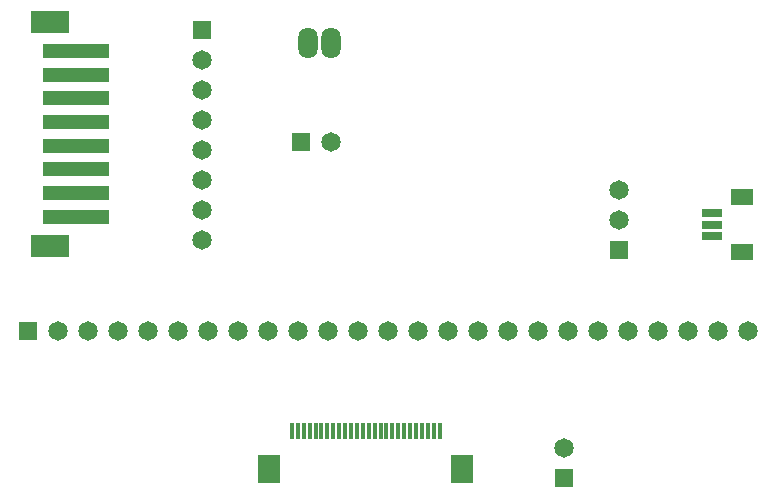
<source format=gts>
G04*
G04 #@! TF.GenerationSoftware,Altium Limited,Altium Designer,23.3.1 (30)*
G04*
G04 Layer_Color=8388736*
%FSLAX25Y25*%
%MOIN*%
G70*
G04*
G04 #@! TF.SameCoordinates,C9CCD98B-DB78-4EC8-A63A-9DC0D68B0965*
G04*
G04*
G04 #@! TF.FilePolarity,Negative*
G04*
G01*
G75*
%ADD20R,0.01772X0.05709*%
%ADD21R,0.07677X0.09252*%
%ADD22R,0.06693X0.02953*%
%ADD23R,0.07677X0.05315*%
%ADD24R,0.22244X0.04528*%
%ADD25R,0.12795X0.07284*%
%ADD26R,0.06496X0.06496*%
%ADD27C,0.06496*%
%ADD28R,0.06496X0.06496*%
%ADD29O,0.06496X0.10433*%
D20*
X379394Y180933D02*
D03*
X381362D02*
D03*
X383331D02*
D03*
X385299D02*
D03*
X387268D02*
D03*
X389236D02*
D03*
X391205D02*
D03*
X393173D02*
D03*
X395142D02*
D03*
X397110D02*
D03*
X399079D02*
D03*
X401047D02*
D03*
X403016D02*
D03*
X404984D02*
D03*
X406953D02*
D03*
X408921D02*
D03*
X410890D02*
D03*
X412858D02*
D03*
X414827D02*
D03*
X416795D02*
D03*
X418764D02*
D03*
X420732D02*
D03*
X422701D02*
D03*
X424669D02*
D03*
X426638D02*
D03*
X428606D02*
D03*
D21*
X371913Y168138D02*
D03*
X436087D02*
D03*
D22*
X519500Y245626D02*
D03*
Y249563D02*
D03*
Y253500D02*
D03*
D23*
X529441Y240508D02*
D03*
Y258618D02*
D03*
D24*
X307500Y307370D02*
D03*
Y299496D02*
D03*
Y291622D02*
D03*
Y283748D02*
D03*
Y275874D02*
D03*
Y268000D02*
D03*
Y260126D02*
D03*
Y252252D02*
D03*
D25*
X298839Y242606D02*
D03*
Y317016D02*
D03*
D26*
X470000Y165000D02*
D03*
X488500Y241000D02*
D03*
X349500Y314500D02*
D03*
D27*
X470000Y175000D02*
D03*
X488500Y251000D02*
D03*
Y261000D02*
D03*
X301500Y214000D02*
D03*
X311500D02*
D03*
X321500D02*
D03*
X331500D02*
D03*
X341500D02*
D03*
X351500D02*
D03*
X361500D02*
D03*
X371500D02*
D03*
X381500D02*
D03*
X391500D02*
D03*
X401500D02*
D03*
X411500D02*
D03*
X421500D02*
D03*
X431500D02*
D03*
X441500D02*
D03*
X451500D02*
D03*
X461500D02*
D03*
X471500D02*
D03*
X481500D02*
D03*
X491500D02*
D03*
X501500D02*
D03*
X511500D02*
D03*
X521500D02*
D03*
X531500D02*
D03*
X392500Y277000D02*
D03*
X349500Y304500D02*
D03*
Y294500D02*
D03*
Y284500D02*
D03*
Y274500D02*
D03*
Y264500D02*
D03*
Y254500D02*
D03*
Y244500D02*
D03*
D28*
X291500Y214000D02*
D03*
X382500Y277000D02*
D03*
D29*
X392500Y310000D02*
D03*
X384626D02*
D03*
M02*

</source>
